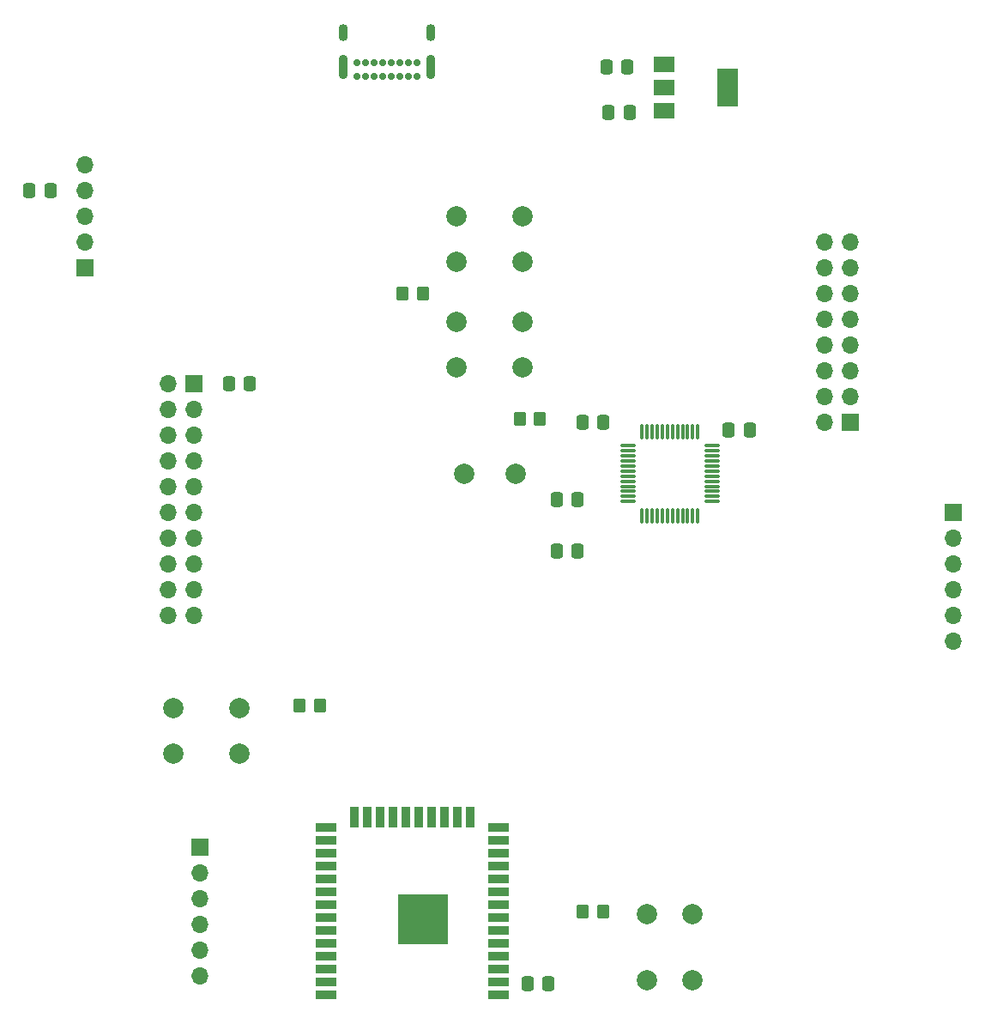
<source format=gbr>
%TF.GenerationSoftware,KiCad,Pcbnew,(6.0.5)*%
%TF.CreationDate,2024-11-07T13:37:00-06:00*%
%TF.ProjectId,FinalPCBBoard1,46696e61-6c50-4434-9242-6f617264312e,rev?*%
%TF.SameCoordinates,Original*%
%TF.FileFunction,Soldermask,Top*%
%TF.FilePolarity,Negative*%
%FSLAX46Y46*%
G04 Gerber Fmt 4.6, Leading zero omitted, Abs format (unit mm)*
G04 Created by KiCad (PCBNEW (6.0.5)) date 2024-11-07 13:37:00*
%MOMM*%
%LPD*%
G01*
G04 APERTURE LIST*
G04 Aperture macros list*
%AMRoundRect*
0 Rectangle with rounded corners*
0 $1 Rounding radius*
0 $2 $3 $4 $5 $6 $7 $8 $9 X,Y pos of 4 corners*
0 Add a 4 corners polygon primitive as box body*
4,1,4,$2,$3,$4,$5,$6,$7,$8,$9,$2,$3,0*
0 Add four circle primitives for the rounded corners*
1,1,$1+$1,$2,$3*
1,1,$1+$1,$4,$5*
1,1,$1+$1,$6,$7*
1,1,$1+$1,$8,$9*
0 Add four rect primitives between the rounded corners*
20,1,$1+$1,$2,$3,$4,$5,0*
20,1,$1+$1,$4,$5,$6,$7,0*
20,1,$1+$1,$6,$7,$8,$9,0*
20,1,$1+$1,$8,$9,$2,$3,0*%
G04 Aperture macros list end*
%ADD10RoundRect,0.250000X0.337500X0.475000X-0.337500X0.475000X-0.337500X-0.475000X0.337500X-0.475000X0*%
%ADD11RoundRect,0.075000X-0.662500X-0.075000X0.662500X-0.075000X0.662500X0.075000X-0.662500X0.075000X0*%
%ADD12RoundRect,0.075000X-0.075000X-0.662500X0.075000X-0.662500X0.075000X0.662500X-0.075000X0.662500X0*%
%ADD13R,2.000000X1.500000*%
%ADD14R,2.000000X3.800000*%
%ADD15R,5.000000X5.000000*%
%ADD16R,2.000000X0.900000*%
%ADD17R,0.900000X2.000000*%
%ADD18C,2.000000*%
%ADD19R,1.700000X1.700000*%
%ADD20O,1.700000X1.700000*%
%ADD21RoundRect,0.250000X-0.350000X-0.450000X0.350000X-0.450000X0.350000X0.450000X-0.350000X0.450000X0*%
%ADD22RoundRect,0.250000X0.350000X0.450000X-0.350000X0.450000X-0.350000X-0.450000X0.350000X-0.450000X0*%
%ADD23C,0.700000*%
%ADD24O,0.900000X1.700000*%
%ADD25O,0.900000X2.400000*%
%ADD26RoundRect,0.250000X-0.337500X-0.475000X0.337500X-0.475000X0.337500X0.475000X-0.337500X0.475000X0*%
G04 APERTURE END LIST*
D10*
%TO.C,C7*%
X125362500Y-46225000D03*
X123287500Y-46225000D03*
%TD*%
D11*
%TO.C,U3*%
X125377500Y-83610000D03*
X125377500Y-84110000D03*
X125377500Y-84610000D03*
X125377500Y-85110000D03*
X125377500Y-85610000D03*
X125377500Y-86110000D03*
X125377500Y-86610000D03*
X125377500Y-87110000D03*
X125377500Y-87610000D03*
X125377500Y-88110000D03*
X125377500Y-88610000D03*
X125377500Y-89110000D03*
D12*
X126790000Y-90522500D03*
X127290000Y-90522500D03*
X127790000Y-90522500D03*
X128290000Y-90522500D03*
X128790000Y-90522500D03*
X129290000Y-90522500D03*
X129790000Y-90522500D03*
X130290000Y-90522500D03*
X130790000Y-90522500D03*
X131290000Y-90522500D03*
X131790000Y-90522500D03*
X132290000Y-90522500D03*
D11*
X133702500Y-89110000D03*
X133702500Y-88610000D03*
X133702500Y-88110000D03*
X133702500Y-87610000D03*
X133702500Y-87110000D03*
X133702500Y-86610000D03*
X133702500Y-86110000D03*
X133702500Y-85610000D03*
X133702500Y-85110000D03*
X133702500Y-84610000D03*
X133702500Y-84110000D03*
X133702500Y-83610000D03*
D12*
X132290000Y-82197500D03*
X131790000Y-82197500D03*
X131290000Y-82197500D03*
X130790000Y-82197500D03*
X130290000Y-82197500D03*
X129790000Y-82197500D03*
X129290000Y-82197500D03*
X128790000Y-82197500D03*
X128290000Y-82197500D03*
X127790000Y-82197500D03*
X127290000Y-82197500D03*
X126790000Y-82197500D03*
%TD*%
D13*
%TO.C,U2*%
X128930000Y-45960000D03*
X128930000Y-48260000D03*
X128930000Y-50560000D03*
D14*
X135230000Y-48260000D03*
%TD*%
D15*
%TO.C,U1*%
X105140000Y-130295000D03*
D16*
X95640000Y-137795000D03*
X95640000Y-136525000D03*
X95640000Y-135255000D03*
X95640000Y-133985000D03*
X95640000Y-132715000D03*
X95640000Y-131445000D03*
X95640000Y-130175000D03*
X95640000Y-128905000D03*
X95640000Y-127635000D03*
X95640000Y-126365000D03*
X95640000Y-125095000D03*
X95640000Y-123825000D03*
X95640000Y-122555000D03*
X95640000Y-121285000D03*
D17*
X98425000Y-120285000D03*
X99695000Y-120285000D03*
X100965000Y-120285000D03*
X102235000Y-120285000D03*
X103505000Y-120285000D03*
X104775000Y-120285000D03*
X106045000Y-120285000D03*
X107315000Y-120285000D03*
X108585000Y-120285000D03*
X109855000Y-120285000D03*
D16*
X112640000Y-121285000D03*
X112640000Y-122555000D03*
X112640000Y-123825000D03*
X112640000Y-125095000D03*
X112640000Y-126365000D03*
X112640000Y-127635000D03*
X112640000Y-128905000D03*
X112640000Y-130175000D03*
X112640000Y-131445000D03*
X112640000Y-132715000D03*
X112640000Y-133985000D03*
X112640000Y-135255000D03*
X112640000Y-136525000D03*
X112640000Y-137795000D03*
%TD*%
D18*
%TO.C,STMRST2*%
X115010000Y-71410000D03*
X108510000Y-71410000D03*
X108510000Y-75910000D03*
X115010000Y-75910000D03*
%TD*%
%TO.C,STMRST1*%
X115010000Y-60960000D03*
X108510000Y-60960000D03*
X108510000Y-65460000D03*
X115010000Y-65460000D03*
%TD*%
D19*
%TO.C,STMPROGRAM1*%
X157505000Y-90195000D03*
D20*
X157505000Y-92735000D03*
X157505000Y-95275000D03*
X157505000Y-97815000D03*
X157505000Y-100355000D03*
X157505000Y-102895000D03*
%TD*%
D21*
%TO.C,R4*%
X114700000Y-81000000D03*
X116700000Y-81000000D03*
%TD*%
D22*
%TO.C,R3*%
X94980000Y-109220000D03*
X92980000Y-109220000D03*
%TD*%
D21*
%TO.C,R2*%
X120920000Y-129540000D03*
X122920000Y-129540000D03*
%TD*%
%TO.C,R1*%
X103140000Y-68580000D03*
X105140000Y-68580000D03*
%TD*%
D19*
%TO.C,J4*%
X82570000Y-77500000D03*
D20*
X80030000Y-77500000D03*
X82570000Y-80040000D03*
X80030000Y-80040000D03*
X82570000Y-82580000D03*
X80030000Y-82580000D03*
X82570000Y-85120000D03*
X80030000Y-85120000D03*
X82570000Y-87660000D03*
X80030000Y-87660000D03*
X82570000Y-90200000D03*
X80030000Y-90200000D03*
X82570000Y-92740000D03*
X80030000Y-92740000D03*
X82570000Y-95280000D03*
X80030000Y-95280000D03*
X82570000Y-97820000D03*
X80030000Y-97820000D03*
X82570000Y-100360000D03*
X80030000Y-100360000D03*
%TD*%
D19*
%TO.C,J3*%
X71800000Y-66060000D03*
D20*
X71800000Y-63520000D03*
X71800000Y-60980000D03*
X71800000Y-58440000D03*
X71800000Y-55900000D03*
%TD*%
D19*
%TO.C,J2*%
X147320000Y-81280000D03*
D20*
X144780000Y-81280000D03*
X147320000Y-78740000D03*
X144780000Y-78740000D03*
X147320000Y-76200000D03*
X144780000Y-76200000D03*
X147320000Y-73660000D03*
X144780000Y-73660000D03*
X147320000Y-71120000D03*
X144780000Y-71120000D03*
X147320000Y-68580000D03*
X144780000Y-68580000D03*
X147320000Y-66040000D03*
X144780000Y-66040000D03*
X147320000Y-63500000D03*
X144780000Y-63500000D03*
%TD*%
D23*
%TO.C,J1*%
X104575000Y-47205000D03*
X103725000Y-47205000D03*
X102875000Y-47205000D03*
X102025000Y-47205000D03*
X101175000Y-47205000D03*
X100325000Y-47205000D03*
X99475000Y-47205000D03*
X98625000Y-47205000D03*
X98625000Y-45855000D03*
X99475000Y-45855000D03*
X100325000Y-45855000D03*
X101175000Y-45855000D03*
X102025000Y-45855000D03*
X102875000Y-45855000D03*
X103725000Y-45855000D03*
X104575000Y-45855000D03*
D24*
X97275000Y-42845000D03*
X105925000Y-42845000D03*
D25*
X97275000Y-46225000D03*
X105925000Y-46225000D03*
%TD*%
D18*
%TO.C,FB1*%
X109220000Y-86360000D03*
X114300000Y-86360000D03*
%TD*%
D19*
%TO.C,ESPPROGRAM1*%
X83140000Y-123215000D03*
D20*
X83140000Y-125755000D03*
X83140000Y-128295000D03*
X83140000Y-130835000D03*
X83140000Y-133375000D03*
X83140000Y-135915000D03*
%TD*%
D18*
%TO.C,ESPEN1*%
X131790000Y-136330000D03*
X131790000Y-129830000D03*
X127290000Y-129830000D03*
X127290000Y-136330000D03*
%TD*%
%TO.C,ESPBOOT1*%
X87070000Y-109510000D03*
X80570000Y-109510000D03*
X80570000Y-114010000D03*
X87070000Y-114010000D03*
%TD*%
D26*
%TO.C,C15*%
X86012500Y-77450000D03*
X88087500Y-77450000D03*
%TD*%
%TO.C,C14*%
X118342500Y-88900000D03*
X120417500Y-88900000D03*
%TD*%
D10*
%TO.C,C13*%
X68412500Y-58475000D03*
X66337500Y-58475000D03*
%TD*%
D26*
%TO.C,C12*%
X118342500Y-93980000D03*
X120417500Y-93980000D03*
%TD*%
D10*
%TO.C,C11*%
X123487500Y-50775000D03*
X125562500Y-50775000D03*
%TD*%
D26*
%TO.C,C10*%
X135337500Y-82025000D03*
X137412500Y-82025000D03*
%TD*%
%TO.C,C4*%
X117562500Y-136675000D03*
X115487500Y-136675000D03*
%TD*%
D10*
%TO.C,C1*%
X122957500Y-81280000D03*
X120882500Y-81280000D03*
%TD*%
M02*

</source>
